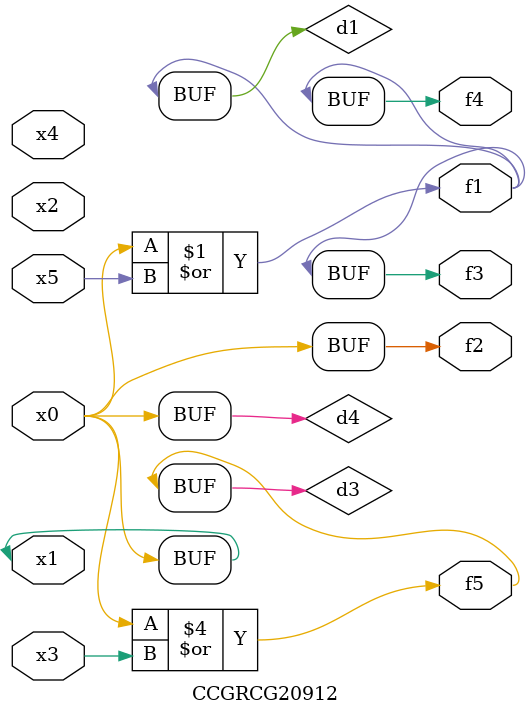
<source format=v>
module CCGRCG20912(
	input x0, x1, x2, x3, x4, x5,
	output f1, f2, f3, f4, f5
);

	wire d1, d2, d3, d4;

	or (d1, x0, x5);
	xnor (d2, x1, x4);
	or (d3, x0, x3);
	buf (d4, x0, x1);
	assign f1 = d1;
	assign f2 = d4;
	assign f3 = d1;
	assign f4 = d1;
	assign f5 = d3;
endmodule

</source>
